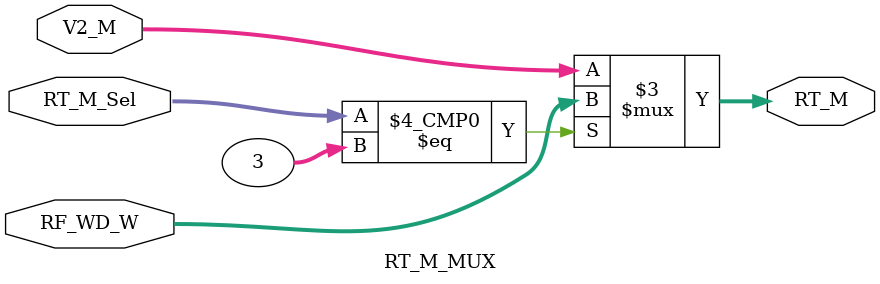
<source format=v>
module RS_D_MUX(RS_D_Sel,RD1,RF_WD_E,RF_WD_M,RF_WD_W,RS_D);
//input
    input [31:0] RS_D_Sel;

    input [31:0] RD1;
    input [31:0] RF_WD_E;
    input [31:0] RF_WD_M;
    input [31:0] RF_WD_W;

//output
    output reg [31:0] RS_D;

//logic
    parameter E=1,
              M=2,
              W=3;

    always @(*)
        begin
            RS_D=RD1;
            case(RS_D_Sel)
                E:RS_D=RF_WD_E;
                M:RS_D=RF_WD_M;
                W:RS_D=RF_WD_W;
            endcase
        end

endmodule

module RT_D_MUX(RT_D_Sel,RD2,RF_WD_E,RF_WD_M,RF_WD_W,RT_D);
//input
    input [31:0] RT_D_Sel;

    input [31:0] RD2;
    input [31:0] RF_WD_E;
    input [31:0] RF_WD_M;
    input [31:0] RF_WD_W;

//output
    output reg [31:0] RT_D;

//logic
    parameter E=1,
              M=2,
              W=3;

    always @(*)
        begin
            RT_D=RD2;
            case(RT_D_Sel)
                E:RT_D=RF_WD_E;
                M:RT_D=RF_WD_M;
                W:RT_D=RF_WD_W;
            endcase
        end

endmodule

module RS_E_MUX(RS_E_Sel,V1_E,RF_WD_M,RF_WD_W,RS_E);
//input
    input [31:0] RS_E_Sel;

    input [31:0] V1_E;
    input [31:0] RF_WD_M;
    input [31:0] RF_WD_W;

//output
    output reg [31:0] RS_E;

//logic
    parameter E=1,
              M=2,
              W=3;

    always @(*)
        begin
            RS_E=V1_E;
            case(RS_E_Sel)
                M:RS_E=RF_WD_M;
                W:RS_E=RF_WD_W;
            endcase
        end

endmodule

module RT_E_MUX(RT_E_Sel,V2_E,RF_WD_M,RF_WD_W,RT_E);
//input
    input [31:0] RT_E_Sel;

    input [31:0] V2_E;
    input [31:0] RF_WD_M;
    input [31:0] RF_WD_W;

//output
    output reg [31:0] RT_E;

//logic
    parameter E=1,
              M=2,
              W=3;

    always @(*)
        begin
            RT_E=V2_E;
            case(RT_E_Sel)
                M:RT_E=RF_WD_M;
                W:RT_E=RF_WD_W;
            endcase
        end

endmodule

module RS_M_MUX(RS_M_Sel,V1_M,RF_WD_W,RS_M);
//input
    input [31:0] RS_M_Sel;

    input [31:0] V1_M;
    input [31:0] RF_WD_W;

//output
    output reg [31:0] RS_M;

//logic
    parameter E=1,
              M=2,
              W=3;

    always @(*)
        begin
            RS_M=V1_M;
            case(RS_M_Sel)
                W:RS_M=RF_WD_W;
            endcase
        end

endmodule

module RT_M_MUX(RT_M_Sel,V2_M,RF_WD_W,RT_M);
//input
    input [31:0] RT_M_Sel;

    input [31:0] V2_M;
    input [31:0] RF_WD_W;

//output
    output reg [31:0] RT_M;

//logic
    parameter E=1,
              M=2,
              W=3;

    always @(*)
        begin
            RT_M=V2_M;
            case(RT_M_Sel)
                W:RT_M=RF_WD_W;
            endcase
        end

endmodule

</source>
